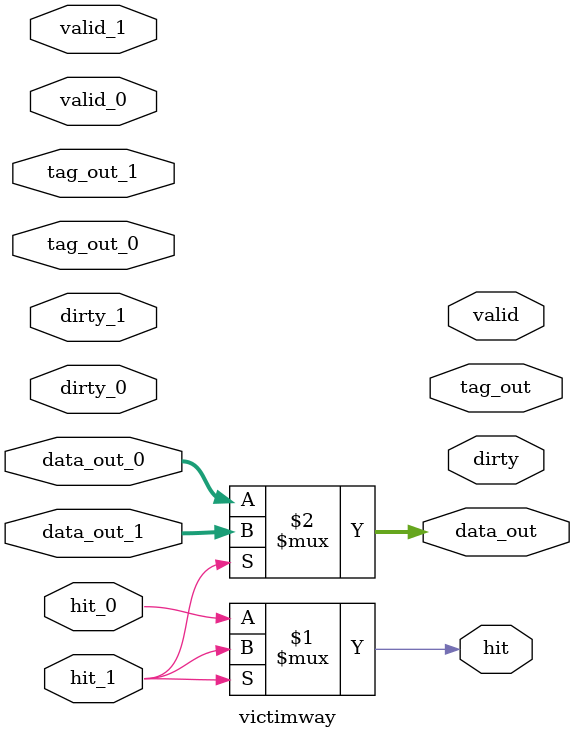
<source format=v>
/* $Author: karu $ */
/* $LastChangedDate: 2009-03-04 23:09:45 -0600 (Wed, 04 Mar 2009) $ */
/* $Rev: 45 $ */
// D-flipflop
`default_nettype none
module victimway (data_out, dirty, tag_out, valid, hit,
                    data_out_0, dirty_0, tag_out_0, valid_0, hit_0,
                    data_out_1, dirty_1, tag_out_1, valid_1, hit_1
                    );

    output  wire [15:0]  data_out;
    output  wire [4:0]   tag_out;
    output  wire         hit, valid, dirty;
    input   wire [15:0]  data_out_0;
    input   wire [4:0]   tag_out_0;
    input   wire         hit_0, valid_0, dirty_0;
    input   wire [15:0]  data_out_1;
    input   wire [4:0]   tag_out_1;
    input   wire         hit_1, valid_1, dirty_1;

    
    assign hit = (hit_1)? hit_1: hit_0;
    assign data_out = (hit_1)? data_out_1: data_out_0;

endmodule
`default_nettype wire
// DUMMY LINE FOR REV CONTROL :0:

</source>
